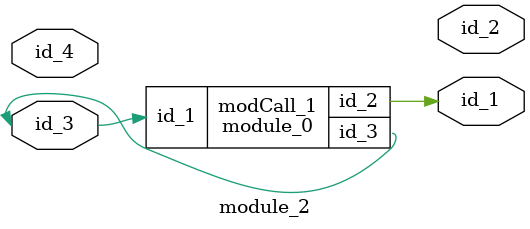
<source format=v>
module module_0 (
    id_1,
    id_2,
    id_3
);
  output wire id_3;
  output wire id_2;
  input wire id_1;
  assign id_3 = -1;
endmodule
module module_1 (
    id_1,
    id_2
);
  input wire id_2;
  inout wire id_1;
  wire id_3;
  module_0 modCall_1 (
      id_3,
      id_3,
      id_1
  );
endmodule
module module_2 (
    id_1,
    id_2,
    id_3,
    id_4
);
  inout wire id_4;
  inout wire id_3;
  output wire id_2;
  output wire id_1;
  wire id_5, id_6;
  module_0 modCall_1 (
      id_3,
      id_1,
      id_3
  );
  wire id_7;
endmodule

</source>
